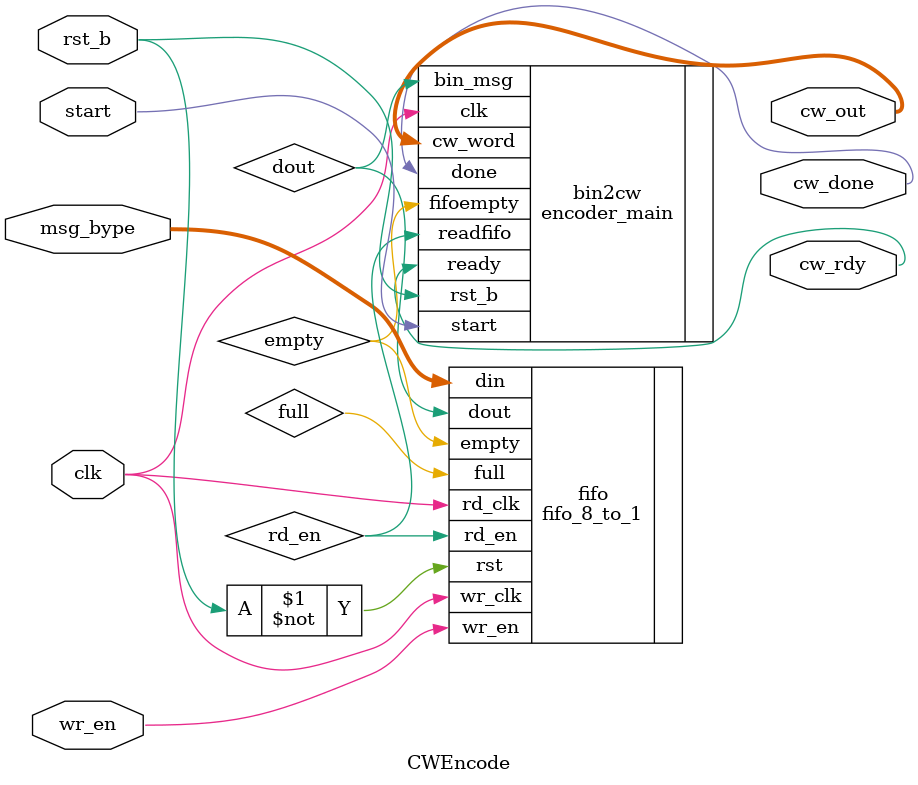
<source format=v>
`timescale 1ns / 1ps
module CWEncode(
	input clk,
	input rst_b,
	input start,
   input [7:0] msg_bype,
	input wr_en,
	
   output [12:0] cw_out,
	output cw_rdy,
	output cw_done
    );
	 
	/* signal declared */
wire dout;
wire rd_en, full, empty;
wire [10:0] rd_data_count;
wire [7:0] wr_data_count;

	
fifo_8_to_1 fifo(
  .rst(~rst_b), // input rst
  .wr_clk(clk), // input wr_clk
  .rd_clk(clk), // input rd_clk
  .din(msg_bype), // input [7 : 0] din
  .wr_en(wr_en), // input wr_en
  .rd_en(rd_en), // input rd_en requesting to read one bit, signal from bin2cw 
  .dout(dout), // output [0 : 0] dout
  .full(full), // output full
  .empty(empty) // output empty
	);

encoder_main bin2cw(
	.clk(clk),
    .bin_msg(dout), //signal from fifo, 1 bit per cycle
	.rst_b(rst_b),
    .start(start),
	.fifoempty(empty),
	.readfifo(rd_en),
    .cw_word(cw_out),
    .ready(cw_rdy), //onece a single cw_word is computed, this signal is enabled.
    .done(cw_done) //enabled when the complete 10 cw_words are computed.
    );
	


endmodule

</source>
